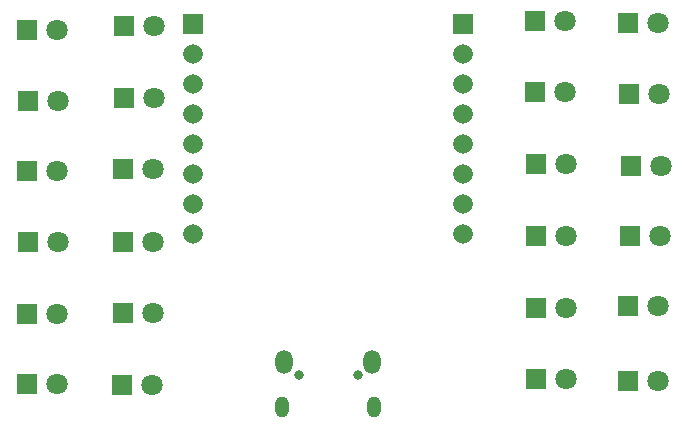
<source format=gbr>
%TF.GenerationSoftware,KiCad,Pcbnew,(7.0.0)*%
%TF.CreationDate,2023-09-27T18:47:42+02:00*%
%TF.ProjectId,ESP32Cam IR LED,45535033-3243-4616-9d20-4952204c4544,rev?*%
%TF.SameCoordinates,Original*%
%TF.FileFunction,Soldermask,Bot*%
%TF.FilePolarity,Negative*%
%FSLAX46Y46*%
G04 Gerber Fmt 4.6, Leading zero omitted, Abs format (unit mm)*
G04 Created by KiCad (PCBNEW (7.0.0)) date 2023-09-27 18:47:42*
%MOMM*%
%LPD*%
G01*
G04 APERTURE LIST*
%ADD10R,1.800000X1.800000*%
%ADD11C,1.800000*%
%ADD12O,0.800000X0.800000*%
%ADD13O,1.150000X1.800000*%
%ADD14O,1.450000X2.000000*%
%ADD15C,1.665000*%
%ADD16R,1.665000X1.665000*%
G04 APERTURE END LIST*
D10*
%TO.C,D4*%
X51150599Y-60299599D03*
D11*
X53690600Y-60299600D03*
%TD*%
D12*
%TO.C,J1*%
X74092199Y-71494199D03*
X79092199Y-71494199D03*
D13*
X72717199Y-74244199D03*
D14*
X72867199Y-70444199D03*
X80317199Y-70444199D03*
D13*
X80467199Y-74244199D03*
%TD*%
D10*
%TO.C,D9*%
X59258199Y-54101999D03*
D11*
X61798200Y-54102000D03*
%TD*%
D10*
%TO.C,D15*%
X94157799Y-53644799D03*
D11*
X96697800Y-53644800D03*
%TD*%
D10*
%TO.C,D5*%
X51099799Y-66344799D03*
D11*
X53639800Y-66344800D03*
%TD*%
D10*
%TO.C,D8*%
X59308999Y-48056799D03*
D11*
X61849000Y-48056800D03*
%TD*%
D10*
%TO.C,D12*%
X59156599Y-72339199D03*
D11*
X61696600Y-72339200D03*
%TD*%
D10*
%TO.C,D2*%
X51145599Y-48285399D03*
D11*
X53685600Y-48285400D03*
%TD*%
D10*
%TO.C,D3*%
X51125199Y-54279799D03*
D11*
X53665200Y-54279800D03*
%TD*%
D10*
%TO.C,D20*%
X102082599Y-47726599D03*
D11*
X104622600Y-47726600D03*
%TD*%
D15*
%TO.C,U1*%
X65176400Y-59563000D03*
X65176400Y-57023000D03*
X65176400Y-54483000D03*
X65176400Y-51943000D03*
X65176400Y-49403000D03*
X65176400Y-46863000D03*
X65176400Y-44323000D03*
D16*
X65176399Y-41782999D03*
X88036399Y-41782999D03*
D15*
X88036400Y-44323000D03*
X88036400Y-46863000D03*
X88036400Y-49403000D03*
X88036400Y-51943000D03*
X88036400Y-54483000D03*
X88036400Y-57023000D03*
X88036400Y-59563000D03*
%TD*%
D10*
%TO.C,D11*%
X59258199Y-66268599D03*
D11*
X61798200Y-66268600D03*
%TD*%
D10*
%TO.C,D22*%
X102184199Y-59715399D03*
D11*
X104724200Y-59715400D03*
%TD*%
D10*
%TO.C,D18*%
X94178199Y-71831199D03*
D11*
X96718200Y-71831200D03*
%TD*%
D10*
%TO.C,D21*%
X102204599Y-53797199D03*
D11*
X104744600Y-53797200D03*
%TD*%
D10*
%TO.C,D14*%
X94127399Y-47599599D03*
D11*
X96667400Y-47599600D03*
%TD*%
D10*
%TO.C,D6*%
X51125199Y-72313799D03*
D11*
X53665200Y-72313800D03*
%TD*%
D10*
%TO.C,D24*%
X101980999Y-72059799D03*
D11*
X104521000Y-72059800D03*
%TD*%
D10*
%TO.C,D10*%
X59258199Y-60223399D03*
D11*
X61798200Y-60223400D03*
%TD*%
D10*
%TO.C,D7*%
X59278599Y-41935399D03*
D11*
X61818600Y-41935400D03*
%TD*%
D10*
%TO.C,D16*%
X94183199Y-59715399D03*
D11*
X96723200Y-59715400D03*
%TD*%
D10*
%TO.C,D19*%
X101955599Y-41706799D03*
D11*
X104495600Y-41706800D03*
%TD*%
D10*
%TO.C,D17*%
X94178199Y-65811399D03*
D11*
X96718200Y-65811400D03*
%TD*%
D10*
%TO.C,D13*%
X94101999Y-41554399D03*
D11*
X96642000Y-41554400D03*
%TD*%
D10*
%TO.C,D23*%
X102006399Y-65658999D03*
D11*
X104546400Y-65659000D03*
%TD*%
D10*
%TO.C,D1*%
X51125199Y-42341799D03*
D11*
X53665200Y-42341800D03*
%TD*%
M02*

</source>
